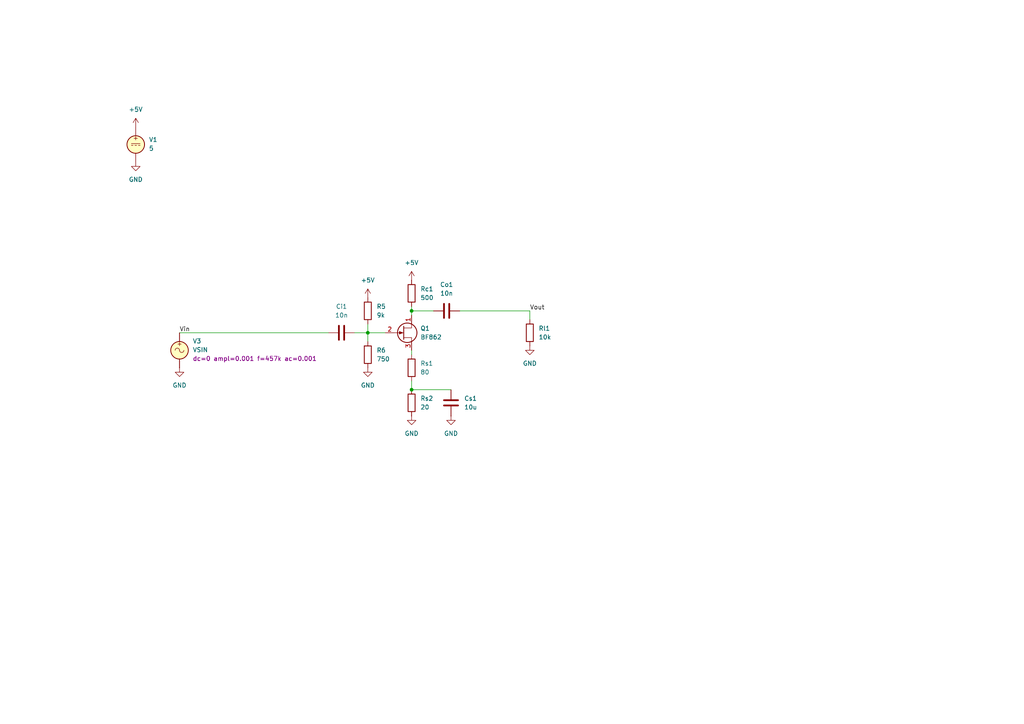
<source format=kicad_sch>
(kicad_sch (version 20250114) (generator "eeschema") (generator_version "9.0")
  (paper "A4")
  (lib_symbols
    (symbol "Device:C" (pin_numbers (hide yes)) (pin_names (offset 0.254))
      (property "Reference" "C" (at 0.635 2.54 0))
      (property "Value" "C" (at 0.635 -2.54 0))
      (symbol "C_0_1"
        (polyline (pts (xy -2.032 0.762) (xy 2.032 0.762)) (stroke (width 0.508)))
        (polyline (pts (xy -2.032 -0.762) (xy 2.032 -0.762)) (stroke (width 0.508)))
      )
      (symbol "C_1_1"
        (pin passive line (at 0 3.81 270) (length 2.794) (name "~") (number "1"))
        (pin passive line (at 0 -3.81 90) (length 2.794) (name "~") (number "2"))
      )
    )
    (symbol "Device:R" (pin_numbers (hide yes)) (pin_names (offset 0))
      (property "Reference" "R" (at 2.032 0 90))
      (property "Value" "R" (at 0 0 90))
      (symbol "R_0_1"
        (rectangle (start -1.016 -2.54) (end 1.016 2.54) (stroke (width 0.254)))
      )
      (symbol "R_1_1"
        (pin passive line (at 0 3.81 270) (length 1.27) (name "~") (number "1"))
        (pin passive line (at 0 -3.81 90) (length 1.27) (name "~") (number "2"))
      )
    )
    (symbol "Simulation_SPICE:VDC" (pin_numbers (hide yes)) (pin_names (offset 0.0254))
      (property "Reference" "V" (at 2.54 2.54 0))
      (property "Value" "1" (at 2.54 0 0))
      (symbol "VDC_0_0"
        (polyline (pts (xy -1.27 0.254) (xy 1.27 0.254)))
        (polyline (pts (xy -0.762 -0.254) (xy -1.27 -0.254)))
        (polyline (pts (xy 0.254 -0.254) (xy -0.254 -0.254)))
        (polyline (pts (xy 1.27 -0.254) (xy 0.762 -0.254)))
        (text "+" (at 0 1.905 0) (effects (font (size 1.27 1.27))))
      )
      (symbol "VDC_0_1"
        (circle (center 0 0) (radius 2.54) (stroke (width 0.254)) (fill (type background)))
      )
      (symbol "VDC_1_1"
        (pin passive line (at 0 5.08 270) (length 2.54) (name "~") (number "1"))
        (pin passive line (at 0 -5.08 90) (length 2.54) (name "~") (number "2"))
      )
    )
    (symbol "Simulation_SPICE:VSIN" (pin_numbers (hide yes)) (pin_names (offset 0.0254))
      (property "Reference" "V" (at 2.54 2.54 0))
      (property "Value" "VSIN" (at 2.54 0 0))
      (property "Sim.Params" "dc=0 ampl=1 f=1k ac=1" (at 2.54 -2.54 0))
      (symbol "VSIN_0_0"
        (arc (start -1.27 0) (mid -0.635 0.6323) (end 0 0))
        (arc (start 1.27 0) (mid 0.635 -0.6323) (end 0 0))
        (text "+" (at 0 1.905 0) (effects (font (size 1.27 1.27))))
      )
      (symbol "VSIN_0_1"
        (circle (center 0 0) (radius 2.54) (stroke (width 0.254)) (fill (type background)))
      )
      (symbol "VSIN_1_1"
        (pin passive line (at 0 5.08 270) (length 2.54) (name "~") (number "1"))
        (pin passive line (at 0 -5.08 90) (length 2.54) (name "~") (number "2"))
      )
    )
    (symbol "Transistor_FET:2N3819" (pin_names (hide yes))
      (property "Reference" "Q" (at 5.08 1.905 0))
      (property "Value" "2N3819" (at 5.08 0 0))
      (symbol "2N3819_0_1"
        (polyline (pts (xy 0 0) (xy -1.016 0.381) (xy -1.016 -0.381) (xy 0 0)) (fill (type outline)))
        (polyline (pts (xy 0.254 1.905) (xy 0.254 -1.905)) (stroke (width 0.254)))
        (polyline (pts (xy 0.254 0) (xy -2.54 0)))
        (circle (center 1.27 0) (radius 2.8194) (stroke (width 0.254)))
        (polyline (pts (xy 2.54 2.54) (xy 2.54 1.397) (xy 0.254 1.397)))
        (polyline (pts (xy 2.54 -2.54) (xy 2.54 -1.397) (xy 0.254 -1.397)))
      )
      (symbol "2N3819_1_1"
        (pin input line (at -5.08 0 0) (length 2.54) (name "G") (number "2"))
        (pin passive line (at 2.54 5.08 270) (length 2.54) (name "D") (number "1"))
        (pin passive line (at 2.54 -5.08 90) (length 2.54) (name "S") (number "3"))
      )
    )
    (symbol "power:+5V" (power) (pin_numbers (hide yes)) (pin_names (offset 0) (hide yes))
      (property "Value" "+5V" (at 0 3.556 0))
      (symbol "+5V_0_1"
        (polyline (pts (xy -0.762 1.27) (xy 0 2.54)))
        (polyline (pts (xy 0 2.54) (xy 0.762 1.27)))
        (polyline (pts (xy 0 0) (xy 0 2.54)))
      )
      (symbol "+5V_1_1"
        (pin power_in line (at 0 0 90) (length 0) (name "~") (number "1"))
      )
    )
    (symbol "power:GND" (power) (pin_numbers (hide yes)) (pin_names (offset 0) (hide yes))
      (property "Value" "GND" (at 0 -3.81 0))
      (symbol "GND_0_1"
        (polyline (pts (xy 0 0) (xy 0 -1.27) (xy 1.27 -1.27) (xy 0 -2.54) (xy -1.27 -1.27) (xy 0 -1.27)))
      )
      (symbol "GND_1_1"
        (pin power_in line (at 0 0 270) (length 0) (name "~") (number "1"))
      )
    )
  )
  (junction (at 119.38 113.03))
  (junction (at 119.38 90.17))
  (junction (at 106.68 96.52))
  (wire (pts (xy 119.38 88.9) (xy 119.38 90.17)))
  (wire (pts (xy 106.68 96.52) (xy 106.68 99.06)))
  (wire (pts (xy 106.68 96.52) (xy 111.76 96.52)))
  (wire (pts (xy 119.38 90.17) (xy 119.38 91.44)))
  (wire (pts (xy 119.38 110.49) (xy 119.38 113.03)))
  (wire (pts (xy 102.87 96.52) (xy 106.68 96.52)))
  (wire (pts (xy 153.67 90.17) (xy 153.67 92.71)))
  (wire (pts (xy 106.68 93.98) (xy 106.68 96.52)))
  (wire (pts (xy 119.38 101.6) (xy 119.38 102.87)))
  (wire (pts (xy 52.07 96.52) (xy 95.25 96.52)))
  (wire (pts (xy 119.38 90.17) (xy 125.73 90.17)))
  (wire (pts (xy 133.35 90.17) (xy 153.67 90.17)))
  (wire (pts (xy 119.38 113.03) (xy 130.81 113.03)))
  (label "Vin" (at 52.07 96.52 0))
  (label "Vout" (at 153.67 90.17 0))
  (symbol (lib_id "Device:R") (at 106.68 90.17 0) (unit 1)
    (property "Reference" "R5" (at 109.22 88.8999 0) (effects (justify left)))
    (property "Value" "9k" (at 109.22 91.4399 0) (effects (justify left)))
    (property "Description" "Resistor" (effects (hide yes)))
  )
  (symbol (lib_id "power:GND") (at 153.67 100.33 0) (unit 1)
    (property "Reference" "#PWR08" (effects (hide yes)))
    (property "Value" "GND" (at 153.67 105.41 0))
    (property "Description" "Power symbol creates a global label with name \"GND\" , ground" (effects (hide yes)))
  )
  (symbol (lib_id "Device:R") (at 119.38 85.09 0) (unit 1)
    (property "Reference" "Rc1" (at 121.92 83.8199 0) (effects (justify left)))
    (property "Value" "500" (at 121.92 86.3599 0) (effects (justify left)))
    (property "Description" "Resistor" (effects (hide yes)))
  )
  (symbol (lib_id "Device:R") (at 119.38 116.84 0) (unit 1)
    (property "Reference" "Rs2" (at 121.92 115.5699 0) (effects (justify left)))
    (property "Value" "20" (at 121.92 118.1099 0) (effects (justify left)))
    (property "Description" "Resistor" (effects (hide yes)))
  )
  (symbol (lib_id "Simulation_SPICE:VDC") (at 39.37 41.91 0) (unit 1)
    (property "Reference" "V1" (at 43.18 40.5101 0) (effects (justify left)))
    (property "Value" "5" (at 43.18 43.0501 0) (effects (justify left)))
    (property "Datasheet" "https://ngspice.sourceforge.io/docs/ngspice-html-manual/manual.xhtml#sec_Independent_Sources_for" (effects (hide yes)))
    (property "Description" "Voltage source, DC" (effects (hide yes)))
    (property "Sim.Pins" "1=+ 2=-" (effects (hide yes)))
    (property "Sim.Type" "DC" (effects (hide yes)))
    (property "Sim.Device" "V" (effects (hide yes)))
  )
  (symbol (lib_id "power:+5V") (at 119.38 81.28 0) (unit 1)
    (property "Reference" "#PWR010" (effects (hide yes)))
    (property "Value" "+5V" (at 119.38 76.2 0))
    (property "Description" "Power symbol creates a global label with name \"+5V\"" (effects (hide yes)))
  )
  (symbol (lib_id "power:GND") (at 39.37 46.99 0) (unit 1)
    (property "Reference" "#PWR01" (effects (hide yes)))
    (property "Value" "GND" (at 39.37 52.07 0))
    (property "Description" "Power symbol creates a global label with name \"GND\" , ground" (effects (hide yes)))
  )
  (symbol (lib_id "Simulation_SPICE:VSIN") (at 52.07 101.6 0) (unit 1)
    (property "Reference" "V3" (at 55.88 98.9301 0) (effects (justify left)))
    (property "Value" "VSIN" (at 55.88 101.4701 0) (effects (justify left)))
    (property "Datasheet" "https://ngspice.sourceforge.io/docs/ngspice-html-manual/manual.xhtml#sec_Independent_Sources_for" (effects (hide yes)))
    (property "Description" "Voltage source, sinusoidal" (effects (hide yes)))
    (property "Sim.Pins" "1=+ 2=-" (effects (hide yes)))
    (property "Sim.Params" "dc=0 ampl=0.001 f=457k ac=0.001" (at 55.88 104.0101 0) (effects (justify left)))
    (property "Sim.Type" "SIN" (effects (hide yes)))
    (property "Sim.Device" "V" (effects (hide yes)))
  )
  (symbol (lib_id "power:GND") (at 130.81 120.65 0) (unit 1)
    (property "Reference" "#PWR07" (effects (hide yes)))
    (property "Value" "GND" (at 130.81 125.73 0))
    (property "Description" "Power symbol creates a global label with name \"GND\" , ground" (effects (hide yes)))
  )
  (symbol (lib_id "power:+5V") (at 39.37 36.83 0) (unit 1)
    (property "Reference" "#PWR03" (effects (hide yes)))
    (property "Value" "+5V" (at 39.37 31.75 0))
    (property "Description" "Power symbol creates a global label with name \"+5V\"" (effects (hide yes)))
  )
  (symbol (lib_id "Device:R") (at 119.38 106.68 0) (unit 1)
    (property "Reference" "Rs1" (at 121.92 105.4099 0) (effects (justify left)))
    (property "Value" "80" (at 121.92 107.9499 0) (effects (justify left)))
    (property "Description" "Resistor" (effects (hide yes)))
  )
  (symbol (lib_id "power:+5V") (at 106.68 86.36 0) (unit 1)
    (property "Reference" "#PWR09" (effects (hide yes)))
    (property "Value" "+5V" (at 106.68 81.28 0))
    (property "Description" "Power symbol creates a global label with name \"+5V\"" (effects (hide yes)))
  )
  (symbol (lib_id "Device:R") (at 153.67 96.52 0) (unit 1)
    (property "Reference" "Rl1" (at 156.21 95.2499 0) (effects (justify left)))
    (property "Value" "10k" (at 156.21 97.7899 0) (effects (justify left)))
    (property "Description" "Resistor" (effects (hide yes)))
  )
  (symbol (lib_id "Device:R") (at 106.68 102.87 0) (unit 1)
    (property "Reference" "R6" (at 109.22 101.5999 0) (effects (justify left)))
    (property "Value" "750" (at 109.22 104.1399 0) (effects (justify left)))
    (property "Description" "Resistor" (effects (hide yes)))
  )
  (symbol (lib_id "power:GND") (at 119.38 120.65 0) (unit 1)
    (property "Reference" "#PWR012" (effects (hide yes)))
    (property "Value" "GND" (at 119.38 125.73 0))
    (property "Description" "Power symbol creates a global label with name \"GND\" , ground" (effects (hide yes)))
  )
  (symbol (lib_id "power:GND") (at 52.07 106.68 0) (unit 1)
    (property "Reference" "#PWR05" (effects (hide yes)))
    (property "Value" "GND" (at 52.07 111.76 0))
    (property "Description" "Power symbol creates a global label with name \"GND\" , ground" (effects (hide yes)))
  )
  (symbol (lib_id "Device:C") (at 130.81 116.84 0) (unit 1)
    (property "Reference" "Cs1" (at 134.62 115.5699 0) (effects (justify left)))
    (property "Value" "10u" (at 134.62 118.1099 0) (effects (justify left)))
    (property "Description" "Unpolarized capacitor" (effects (hide yes)))
  )
  (symbol (lib_id "power:GND") (at 106.68 106.68 0) (unit 1)
    (property "Reference" "#PWR06" (effects (hide yes)))
    (property "Value" "GND" (at 106.68 111.76 0))
    (property "Description" "Power symbol creates a global label with name \"GND\" , ground" (effects (hide yes)))
  )
  (symbol (lib_id "Transistor_FET:2N3819") (at 116.84 96.52 0) (unit 1)
    (property "Reference" "Q1" (at 121.92 95.2499 0) (effects (justify left)))
    (property "Value" "BF862" (at 121.92 97.7899 0) (effects (justify left)))
    (property "Footprint" "Package_TO_SOT_THT:TO-92" (effects (hide yes)))
    (property "Datasheet" "https://my.centralsemi.com/datasheets/2N3819.PDF" (effects (hide yes)))
    (property "Description" "20mA Id, 25V Vgs, N-Channel JFET Transistor, TO-92" (effects (hide yes)))
    (property "Sim.Library" "spice_models/bf862.lib" (effects (hide yes)))
    (property "Sim.Name" "BF862" (effects (hide yes)))
    (property "Sim.Device" "SUBCKT" (effects (hide yes)))
    (property "Sim.Pins" "1=1 2=2 3=3" (effects (hide yes)))
  )
  (symbol (lib_id "Device:C") (at 129.54 90.17 90) (unit 1)
    (property "Reference" "Co1" (at 129.54 82.55 90))
    (property "Value" "10n" (at 129.54 85.09 90))
    (property "Description" "Unpolarized capacitor" (effects (hide yes)))
  )
  (symbol (lib_id "Device:C") (at 99.06 96.52 90) (unit 1)
    (property "Reference" "Ci1" (at 99.06 88.9 90))
    (property "Value" "10n" (at 99.06 91.44 90))
    (property "Description" "Unpolarized capacitor" (effects (hide yes)))
  )
)
</source>
